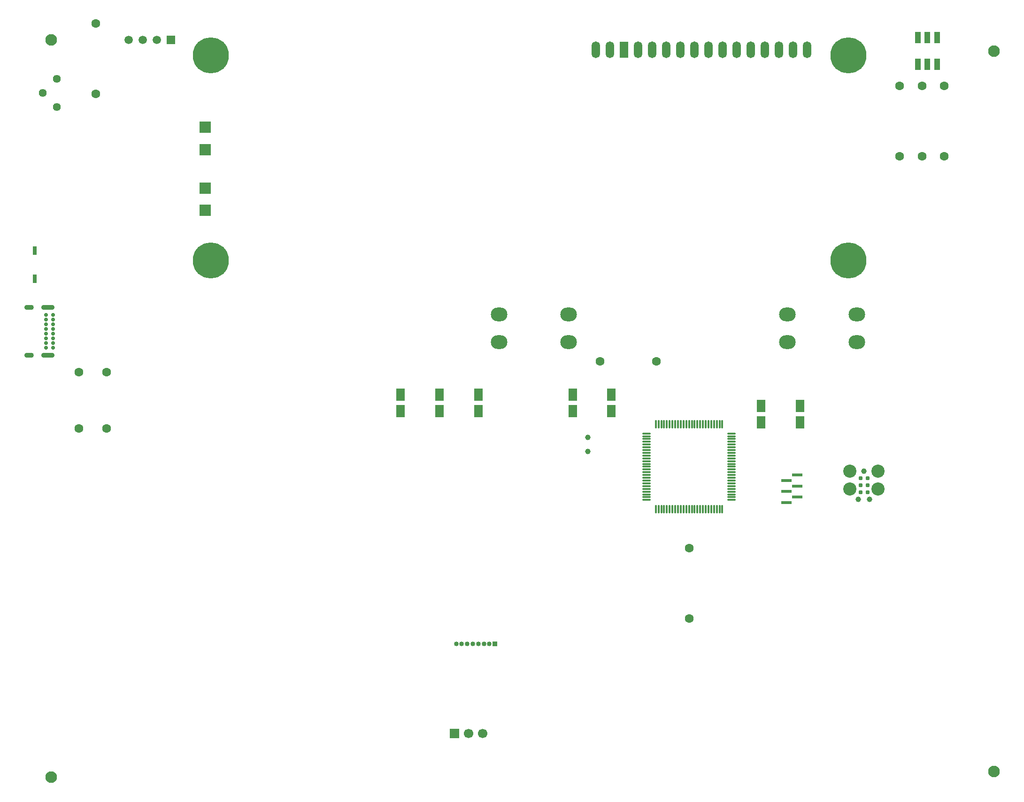
<source format=gbr>
%TF.GenerationSoftware,KiCad,Pcbnew,9.0.4*%
%TF.CreationDate,2025-12-18T16:12:58-05:00*%
%TF.ProjectId,ECET230 Smart Plant Monitor,45434554-3233-4302-9053-6d6172742050,rev?*%
%TF.SameCoordinates,Original*%
%TF.FileFunction,Soldermask,Top*%
%TF.FilePolarity,Negative*%
%FSLAX46Y46*%
G04 Gerber Fmt 4.6, Leading zero omitted, Abs format (unit mm)*
G04 Created by KiCad (PCBNEW 9.0.4) date 2025-12-18 16:12:58*
%MOMM*%
%LPD*%
G01*
G04 APERTURE LIST*
G04 Aperture macros list*
%AMRoundRect*
0 Rectangle with rounded corners*
0 $1 Rounding radius*
0 $2 $3 $4 $5 $6 $7 $8 $9 X,Y pos of 4 corners*
0 Add a 4 corners polygon primitive as box body*
4,1,4,$2,$3,$4,$5,$6,$7,$8,$9,$2,$3,0*
0 Add four circle primitives for the rounded corners*
1,1,$1+$1,$2,$3*
1,1,$1+$1,$4,$5*
1,1,$1+$1,$6,$7*
1,1,$1+$1,$8,$9*
0 Add four rect primitives between the rounded corners*
20,1,$1+$1,$2,$3,$4,$5,0*
20,1,$1+$1,$4,$5,$6,$7,0*
20,1,$1+$1,$6,$7,$8,$9,0*
20,1,$1+$1,$8,$9,$2,$3,0*%
G04 Aperture macros list end*
%ADD10R,1.700000X1.700000*%
%ADD11C,1.700000*%
%ADD12R,1.500000X1.500000*%
%ADD13C,1.500000*%
%ADD14RoundRect,0.190000X0.190000X-0.610000X0.190000X0.610000X-0.190000X0.610000X-0.190000X-0.610000X0*%
%ADD15C,2.100000*%
%ADD16C,1.600000*%
%ADD17R,1.600000X2.200000*%
%ADD18C,0.700000*%
%ADD19O,2.400000X0.900000*%
%ADD20O,1.700000X0.900000*%
%ADD21R,1.100000X2.000000*%
%ADD22C,6.500000*%
%ADD23R,1.500000X3.000000*%
%ADD24O,1.500000X3.000000*%
%ADD25R,2.000000X2.000000*%
%ADD26C,1.000000*%
%ADD27O,3.000000X2.500000*%
%ADD28RoundRect,0.075000X0.662500X0.075000X-0.662500X0.075000X-0.662500X-0.075000X0.662500X-0.075000X0*%
%ADD29RoundRect,0.075000X0.075000X0.662500X-0.075000X0.662500X-0.075000X-0.662500X0.075000X-0.662500X0*%
%ADD30R,1.950000X0.500000*%
%ADD31C,2.374900*%
%ADD32C,0.990600*%
%ADD33C,0.787400*%
%ADD34R,0.850000X0.850000*%
%ADD35C,0.850000*%
%ADD36C,1.440000*%
G04 APERTURE END LIST*
D10*
%TO.C,J4*%
X141725000Y-148100000D03*
D11*
X144265000Y-148100000D03*
X146805000Y-148100000D03*
%TD*%
D12*
%TO.C,U1*%
X90540000Y-23000000D03*
D13*
X88000000Y-23000000D03*
X85460000Y-23000000D03*
X82920000Y-23000000D03*
%TD*%
D14*
%TO.C,SW1*%
X66000000Y-66080000D03*
X66000000Y-61000000D03*
%TD*%
D15*
%TO.C,H4*%
X239000000Y-155000000D03*
%TD*%
%TO.C,H1*%
X69000000Y-23000000D03*
%TD*%
D16*
%TO.C,R3*%
X230000000Y-31300000D03*
X230000000Y-44000000D03*
%TD*%
D17*
%TO.C,C2*%
X197000000Y-89000000D03*
X197000000Y-92000000D03*
%TD*%
D18*
%TO.C,J5*%
X69350000Y-72600000D03*
X69350000Y-73450000D03*
X69350000Y-74300000D03*
X69350000Y-75150000D03*
X69350000Y-76000000D03*
X69350000Y-76850000D03*
X69350000Y-77700000D03*
X69350000Y-78550000D03*
X68000000Y-78550000D03*
X68000000Y-77700000D03*
X68000000Y-76850000D03*
X68000000Y-76000000D03*
X68000000Y-75150000D03*
X68000000Y-74300000D03*
X68000000Y-73450000D03*
X68000000Y-72600000D03*
D19*
X68370000Y-71250000D03*
D20*
X64990000Y-71250000D03*
D19*
X68370000Y-79900000D03*
D20*
X64990000Y-79900000D03*
%TD*%
D21*
%TO.C,D1*%
X228700000Y-22600000D03*
X227000000Y-22600000D03*
X225300000Y-22600000D03*
X225300000Y-27400000D03*
X227000000Y-27400000D03*
X228700000Y-27400000D03*
%TD*%
D17*
%TO.C,C9*%
X163000000Y-90000000D03*
X163000000Y-87000000D03*
%TD*%
D15*
%TO.C,H3*%
X69000000Y-156000000D03*
%TD*%
D22*
%TO.C,U2*%
X97730000Y-25770000D03*
X97730000Y-62770000D03*
X212730000Y-25770000D03*
X212730000Y-62770000D03*
D23*
X172230000Y-24770000D03*
D24*
X174770000Y-24770000D03*
X177310000Y-24770000D03*
X179850000Y-24770000D03*
X182390000Y-24770000D03*
X184930000Y-24770000D03*
X187470000Y-24770000D03*
X190010000Y-24770000D03*
X192550000Y-24770000D03*
X195090000Y-24770000D03*
X197630000Y-24770000D03*
X200170000Y-24770000D03*
X202710000Y-24770000D03*
X205250000Y-24770000D03*
X169690000Y-24770000D03*
X167150000Y-24770000D03*
D25*
X96730000Y-38770000D03*
X96730000Y-49770000D03*
X96730000Y-42770000D03*
X96730000Y-53770000D03*
%TD*%
D16*
%TO.C,R8*%
X79000000Y-82920000D03*
X79000000Y-93080000D03*
%TD*%
D26*
%TO.C,Y2*%
X165755000Y-94730000D03*
X165755000Y-97270000D03*
%TD*%
D27*
%TO.C,SW2*%
X201750000Y-72500000D03*
X214250000Y-72500000D03*
X201750000Y-77500000D03*
X214250000Y-77500000D03*
%TD*%
D28*
%TO.C,U3*%
X191662500Y-106000000D03*
X191662500Y-105500000D03*
X191662500Y-105000000D03*
X191662500Y-104500000D03*
X191662500Y-104000000D03*
X191662500Y-103500000D03*
X191662500Y-103000000D03*
X191662500Y-102500000D03*
X191662500Y-102000000D03*
X191662500Y-101500000D03*
X191662500Y-101000000D03*
X191662500Y-100500000D03*
X191662500Y-100000000D03*
X191662500Y-99500000D03*
X191662500Y-99000000D03*
X191662500Y-98500000D03*
X191662500Y-98000000D03*
X191662500Y-97500000D03*
X191662500Y-97000000D03*
X191662500Y-96500000D03*
X191662500Y-96000000D03*
X191662500Y-95500000D03*
X191662500Y-95000000D03*
X191662500Y-94500000D03*
X191662500Y-94000000D03*
D29*
X190000000Y-92337500D03*
X189500000Y-92337500D03*
X189000000Y-92337500D03*
X188500000Y-92337500D03*
X188000000Y-92337500D03*
X187500000Y-92337500D03*
X187000000Y-92337500D03*
X186500000Y-92337500D03*
X186000000Y-92337500D03*
X185500000Y-92337500D03*
X185000000Y-92337500D03*
X184500000Y-92337500D03*
X184000000Y-92337500D03*
X183500000Y-92337500D03*
X183000000Y-92337500D03*
X182500000Y-92337500D03*
X182000000Y-92337500D03*
X181500000Y-92337500D03*
X181000000Y-92337500D03*
X180500000Y-92337500D03*
X180000000Y-92337500D03*
X179500000Y-92337500D03*
X179000000Y-92337500D03*
X178500000Y-92337500D03*
X178000000Y-92337500D03*
D28*
X176337500Y-94000000D03*
X176337500Y-94500000D03*
X176337500Y-95000000D03*
X176337500Y-95500000D03*
X176337500Y-96000000D03*
X176337500Y-96500000D03*
X176337500Y-97000000D03*
X176337500Y-97500000D03*
X176337500Y-98000000D03*
X176337500Y-98500000D03*
X176337500Y-99000000D03*
X176337500Y-99500000D03*
X176337500Y-100000000D03*
X176337500Y-100500000D03*
X176337500Y-101000000D03*
X176337500Y-101500000D03*
X176337500Y-102000000D03*
X176337500Y-102500000D03*
X176337500Y-103000000D03*
X176337500Y-103500000D03*
X176337500Y-104000000D03*
X176337500Y-104500000D03*
X176337500Y-105000000D03*
X176337500Y-105500000D03*
X176337500Y-106000000D03*
D29*
X178000000Y-107662500D03*
X178500000Y-107662500D03*
X179000000Y-107662500D03*
X179500000Y-107662500D03*
X180000000Y-107662500D03*
X180500000Y-107662500D03*
X181000000Y-107662500D03*
X181500000Y-107662500D03*
X182000000Y-107662500D03*
X182500000Y-107662500D03*
X183000000Y-107662500D03*
X183500000Y-107662500D03*
X184000000Y-107662500D03*
X184500000Y-107662500D03*
X185000000Y-107662500D03*
X185500000Y-107662500D03*
X186000000Y-107662500D03*
X186500000Y-107662500D03*
X187000000Y-107662500D03*
X187500000Y-107662500D03*
X188000000Y-107662500D03*
X188500000Y-107662500D03*
X189000000Y-107662500D03*
X189500000Y-107662500D03*
X190000000Y-107662500D03*
%TD*%
D16*
%TO.C,R7*%
X74000000Y-82920000D03*
X74000000Y-93080000D03*
%TD*%
D30*
%TO.C,J3*%
X201525000Y-106475000D03*
X203475000Y-105475000D03*
X201525000Y-104475000D03*
X203475000Y-103475000D03*
X201525000Y-102475000D03*
X203475000Y-101475000D03*
%TD*%
D17*
%TO.C,C1*%
X204000000Y-89000000D03*
X204000000Y-92000000D03*
%TD*%
%TO.C,C7*%
X139000000Y-90000000D03*
X139000000Y-87000000D03*
%TD*%
D27*
%TO.C,SW3*%
X149750000Y-72500000D03*
X162250000Y-72500000D03*
X149750000Y-77500000D03*
X162250000Y-77500000D03*
%TD*%
D17*
%TO.C,C8*%
X146000000Y-90000000D03*
X146000000Y-87000000D03*
%TD*%
%TO.C,C10*%
X170000000Y-90000000D03*
X170000000Y-87000000D03*
%TD*%
D16*
%TO.C,R2*%
X184000000Y-114650000D03*
X184000000Y-127350000D03*
%TD*%
D31*
%TO.C,J2*%
X218080000Y-100825000D03*
D32*
X215540000Y-100825000D03*
D31*
X213000000Y-100825000D03*
X218080000Y-104000000D03*
X213000000Y-104000000D03*
D32*
X216556000Y-105905000D03*
X214524000Y-105905000D03*
D33*
X214905000Y-102095000D03*
X216175000Y-102095000D03*
X214905000Y-103365000D03*
X216175000Y-103365000D03*
X214905000Y-104635000D03*
X216175000Y-104635000D03*
%TD*%
D17*
%TO.C,C6*%
X132000000Y-90000000D03*
X132000000Y-87000000D03*
%TD*%
D34*
%TO.C,J1*%
X149000000Y-132000000D03*
D35*
X148000000Y-132000000D03*
X147000000Y-132000000D03*
X146000000Y-132000000D03*
X145000000Y-132000000D03*
X144000000Y-132000000D03*
X143000000Y-132000000D03*
X142000000Y-132000000D03*
%TD*%
D16*
%TO.C,R6*%
X178080000Y-81000000D03*
X167920000Y-81000000D03*
%TD*%
%TO.C,R5*%
X222000000Y-31300000D03*
X222000000Y-44000000D03*
%TD*%
D15*
%TO.C,H2*%
X239000000Y-25000000D03*
%TD*%
D36*
%TO.C,RV1*%
X70000000Y-30000000D03*
X67460000Y-32540000D03*
X70000000Y-35080000D03*
%TD*%
D16*
%TO.C,R4*%
X226000000Y-31300000D03*
X226000000Y-44000000D03*
%TD*%
%TO.C,R1*%
X77000000Y-32700000D03*
X77000000Y-20000000D03*
%TD*%
M02*

</source>
